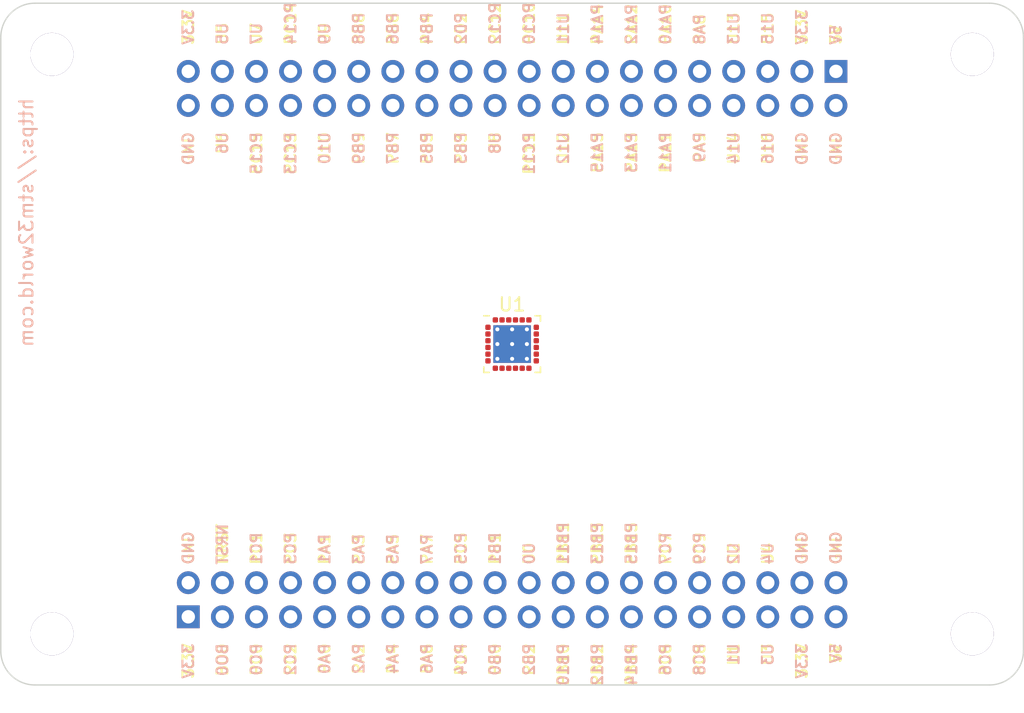
<source format=kicad_pcb>
(kicad_pcb (version 20211014) (generator pcbnew)
  (layers (0 "F.Cu" signal) (31 "B.Cu" signal) (34 "B.Paste" user) (35 "F.Paste" user) (36 "B.SilkS" user "B.Silkscreen") (37 "F.SilkS" user "F.Silkscreen") (38 "B.Mask" user) (39 "F.Mask" user) (44 "Edge.Cuts" user))
  (net 0 "")
  (footprint "Package_DFN_QFN:TQFN-24-1EP_4x4mm_P0.5mm_EP2.8x2.8mm_PullBack_ThermalVias" (layer "F.Cu") (at 133.35 88.9)
    (fp_text reference "U1" (at 0 -2.95) (layer "F.SilkS"))
    (fp_text value "AW9523B")
    (fp_line (start -2.11 2.11) (end -2.11 1.71) (layer "F.SilkS") (width 0.12))
    (fp_line (start -1.71 -2.11) (end -2.11 -2.11) (layer "F.SilkS") (width 0.12))
    (fp_line (start -1.71 2.11) (end -2.11 2.11) (layer "F.SilkS") (width 0.12))
    (fp_line (start 2.11 -2.11) (end 2.11 -1.71) (layer "F.SilkS") (width 0.12))
    (fp_line (start 1.71 -2.11) (end 2.11 -2.11) (layer "F.SilkS") (width 0.12))
    (fp_line (start 1.71 2.11) (end 2.11 2.11) (layer "F.SilkS") (width 0.12))
    (fp_line (start 2.11 2.11) (end 2.11 1.71) (layer "F.SilkS") (width 0.12))
    (pad "1" smd roundrect (at -1.8 -1.25) (size 0.4 0.4) (layers "F.Cu" "F.Paste" "F.Mask"))
    (pad "2" smd roundrect (at -1.8 -0.75) (size 0.4 0.4) (layers "F.Cu" "F.Paste" "F.Mask"))
    (pad "3" smd roundrect (at -1.8 -0.25) (size 0.4 0.4) (layers "F.Cu" "F.Paste" "F.Mask"))
    (pad "4" smd roundrect (at -1.8 0.25) (size 0.4 0.4) (layers "F.Cu" "F.Paste" "F.Mask"))
    (pad "5" smd roundrect (at -1.8 0.75) (size 0.4 0.4) (layers "F.Cu" "F.Paste" "F.Mask"))
    (pad "6" smd roundrect (at -1.8 1.25) (size 0.4 0.4) (layers "F.Cu" "F.Paste" "F.Mask"))
    (pad "7" smd roundrect (at -1.25 1.8) (size 0.4 0.4) (layers "F.Cu" "F.Paste" "F.Mask"))
    (pad "8" smd roundrect (at -0.75 1.8) (size 0.4 0.4) (layers "F.Cu" "F.Paste" "F.Mask"))
    (pad "9" smd roundrect (at -0.25 1.8) (size 0.4 0.4) (layers "F.Cu" "F.Paste" "F.Mask"))
    (pad "10" smd roundrect (at 0.25 1.8) (size 0.4 0.4) (layers "F.Cu" "F.Paste" "F.Mask"))
    (pad "11" smd roundrect (at 0.75 1.8) (size 0.4 0.4) (layers "F.Cu" "F.Paste" "F.Mask"))
    (pad "12" smd roundrect (at 1.25 1.8) (size 0.4 0.4) (layers "F.Cu" "F.Paste" "F.Mask"))
    (pad "13" smd roundrect (at 1.8 1.25) (size 0.4 0.4) (layers "F.Cu" "F.Paste" "F.Mask"))
    (pad "14" smd roundrect (at 1.8 0.75) (size 0.4 0.4) (layers "F.Cu" "F.Paste" "F.Mask"))
    (pad "15" smd roundrect (at 1.8 0.25) (size 0.4 0.4) (layers "F.Cu" "F.Paste" "F.Mask"))
    (pad "16" smd roundrect (at 1.8 -0.25) (size 0.4 0.4) (layers "F.Cu" "F.Paste" "F.Mask"))
    (pad "17" smd roundrect (at 1.8 -0.75) (size 0.4 0.4) (layers "F.Cu" "F.Paste" "F.Mask"))
    (pad "18" smd roundrect (at 1.8 -1.25) (size 0.4 0.4) (layers "F.Cu" "F.Paste" "F.Mask"))
    (pad "19" smd roundrect (at 1.25 -1.8) (size 0.4 0.4) (layers "F.Cu" "F.Paste" "F.Mask"))
    (pad "20" smd roundrect (at 0.75 -1.8) (size 0.4 0.4) (layers "F.Cu" "F.Paste" "F.Mask"))
    (pad "21" smd roundrect (at 0.25 -1.8) (size 0.4 0.4) (layers "F.Cu" "F.Paste" "F.Mask"))
    (pad "22" smd roundrect (at -0.25 -1.8) (size 0.4 0.4) (layers "F.Cu" "F.Paste" "F.Mask"))
    (pad "23" smd roundrect (at -0.75 -1.8) (size 0.4 0.4) (layers "F.Cu" "F.Paste" "F.Mask"))
    (pad "24" smd roundrect (at -1.25 -1.8) (size 0.4 0.4) (layers "F.Cu" "F.Paste" "F.Mask"))
    (pad "25" smd rect (at 0 0) (size 2.8 2.8) (layers "B.Cu"))
    (pad "25" thru_hole circle (at -1.1 -1.1) (size 0.6 0.6) (drill 0.3) (layers *.Cu))
    (pad "25" thru_hole circle (at 0 1.1) (size 0.6 0.6) (drill 0.3) (layers *.Cu))
    (pad "25" thru_hole circle (at 0 0) (size 0.6 0.6) (drill 0.3) (layers *.Cu))
    (pad "25" thru_hole circle (at 1.1 1.1) (size 0.6 0.6) (drill 0.3) (layers *.Cu))
    (pad "25" smd rect (at 0 0) (size 2.8 2.8) (layers "F.Cu" "F.Mask"))
    (pad "25" thru_hole circle (at 0 -1.1) (size 0.6 0.6) (drill 0.3) (layers *.Cu))
    (pad "25" thru_hole circle (at -1.1 0) (size 0.6 0.6) (drill 0.3) (layers *.Cu))
    (pad "25" thru_hole circle (at -1.1 1.1) (size 0.6 0.6) (drill 0.3) (layers *.Cu))
    (pad "25" thru_hole circle (at 1.1 0) (size 0.6 0.6) (drill 0.3) (layers *.Cu))
    (pad "25" thru_hole circle (at 1.1 -1.1) (size 0.6 0.6) (drill 0.3) (layers *.Cu))
  )
  (footprint "stm32world:STM32WORLD_BASE" (layer "F.Cu") (at 133.35 88.9)
    (fp_text reference "J1" hide)
    (fp_text value "STM32WORLD_BASE")
    (fp_text user "PB6" (at -8.89 -22.225 90) (layer "B.SilkS") (effects (font (size 0.8 0.8)) (justify right mirror)))
    (fp_text user "GND" (at 24.13 16.51 90) (layer "B.SilkS") (effects (font (size 0.8 0.8)) (justify right mirror)))
    (fp_text user "GND" (at 21.59 -15.875 90) (layer "B.SilkS") (effects (font (size 0.8 0.8)) (justify left mirror)))
    (fp_text user "U10" (at -13.97 -15.875 90) (layer "B.SilkS") (effects (font (size 0.8 0.8)) (justify left mirror)))
    (fp_text user "PC11" (at 1.27 -15.875 90) (layer "B.SilkS") (effects (font (size 0.8 0.8)) (justify left mirror)))
    (fp_text user "PA3" (at -11.43 16.51 90) (layer "B.SilkS") (effects (font (size 0.8 0.8)) (justify right mirror)))
    (fp_text user "GND" (at 24.13 -15.875 90) (layer "B.SilkS") (effects (font (size 0.8 0.8)) (justify left mirror)))
    (fp_text user "PB14" (at 8.89 22.225 90) (layer "B.SilkS") (effects (font (size 0.8 0.8)) (justify left mirror)))
    (fp_text user "PB12" (at 6.35 22.225 90) (layer "B.SilkS") (effects (font (size 0.8 0.8)) (justify left mirror)))
    (fp_text user "PC9" (at 13.97 16.51 90) (layer "B.SilkS") (effects (font (size 0.8 0.8)) (justify right mirror)))
    (fp_text user "PB8" (at -11.43 -22.225 90) (layer "B.SilkS") (effects (font (size 0.8 0.8)) (justify right mirror)))
    (fp_text user "PB5" (at -6.35 -15.875 90) (layer "B.SilkS") (effects (font (size 0.8 0.8)) (justify left mirror)))
    (fp_text user "PB2" (at 1.27 22.225 90) (layer "B.SilkS") (effects (font (size 0.8 0.8)) (justify left mirror)))
    (fp_text user "PA11" (at 11.43 -15.875 90) (layer "B.SilkS") (effects (font (size 0.8 0.8)) (justify left mirror)))
    (fp_text user "PA14" (at 6.35 -22.225 90) (layer "B.SilkS") (effects (font (size 0.8 0.8)) (justify right mirror)))
    (fp_text user "3.3V" (at -24.13 -22.225 90) (layer "B.SilkS") (effects (font (size 0.8 0.8)) (justify right mirror)))
    (fp_text user "3.3V" (at 21.59 22.225 90) (layer "B.SilkS") (effects (font (size 0.8 0.8)) (justify left mirror)))
    (fp_text user "PA7" (at -6.35 16.51 90) (layer "B.SilkS") (effects (font (size 0.8 0.8)) (justify right mirror)))
    (fp_text user "PC0" (at -19.05 22.225 90) (layer "B.SilkS") (effects (font (size 0.8 0.8)) (justify left mirror)))
    (fp_text user "PC7" (at 11.43 16.51 90) (layer "B.SilkS") (effects (font (size 0.8 0.8)) (justify right mirror)))
    (fp_text user "PC6" (at 11.43 22.225 90) (layer "B.SilkS") (effects (font (size 0.8 0.8)) (justify left mirror)))
    (fp_text user "PC5" (at -3.81 16.51 90) (layer "B.SilkS") (effects (font (size 0.8 0.8)) (justify right mirror)))
    (fp_text user "https://stm32world.com" (at -36.195 -18.415 90 unlocked) (layer "B.SilkS") (effects (justify left mirror)))
    (fp_text user "U9" (at -13.97 -22.225 90) (layer "B.SilkS") (effects (font (size 0.8 0.8)) (justify right mirror)))
    (fp_text user "PB10" (at 3.81 22.225 90) (layer "B.SilkS") (effects (font (size 0.8 0.8)) (justify left mirror)))
    (fp_text user "U15" (at 19.05 -22.225 90) (layer "B.SilkS") (effects (font (size 0.8 0.8)) (justify right mirror)))
    (fp_text user "PB1" (at -1.27 16.51 90) (layer "B.SilkS") (effects (font (size 0.8 0.8)) (justify right mirror)))
    (fp_text user "PC4" (at -3.81 22.225 90) (layer "B.SilkS") (effects (font (size 0.8 0.8)) (justify left mirror)))
    (fp_text user "PA15" (at 6.35 -15.875 90) (layer "B.SilkS") (effects (font (size 0.8 0.8)) (justify left mirror)))
    (fp_text user "U13" (at 16.51 -22.225 90) (layer "B.SilkS") (effects (font (size 0.8 0.8)) (justify right mirror)))
    (fp_text user "3.3V" (at 21.59 -22.225 90) (layer "B.SilkS") (effects (font (size 0.8 0.8)) (justify right mirror)))
    (fp_text user "U6" (at -21.59 -15.875 90) (layer "B.SilkS") (effects (font (size 0.8 0.8)) (justify left mirror)))
    (fp_text user "PA0" (at -13.97 22.225 90) (layer "B.SilkS") (effects (font (size 0.8 0.8)) (justify left mirror)))
    (fp_text user "U1" (at 16.51 22.225 90) (layer "B.SilkS") (effects (font (size 0.8 0.8)) (justify left mirror)))
    (fp_text user "PC14" (at -16.51 -22.225 90) (layer "B.SilkS") (effects (font (size 0.8 0.8)) (justify right mirror)))
    (fp_text user "PA4" (at -8.89 22.225 90) (layer "B.SilkS") (effects (font (size 0.8 0.8)) (justify left mirror)))
    (fp_text user "PA9" (at 13.97 -15.875 90) (layer "B.SilkS") (effects (font (size 0.8 0.8)) (justify left mirror)))
    (fp_text user "PC8" (at 13.97 22.225 90) (layer "B.SilkS") (effects (font (size 0.8 0.8)) (justify left mirror)))
    (fp_text user "PC13" (at -16.51 -15.875 90) (layer "B.SilkS") (effects (font (size 0.8 0.8)) (justify left mirror)))
    (fp_text user "PA6" (at -6.35 22.225 90) (layer "B.SilkS") (effects (font (size 0.8 0.8)) (justify left mirror)))
    (fp_text user "3.3V" (at -24.13 22.225 90) (layer "B.SilkS") (effects (font (size 0.8 0.8)) (justify left mirror)))
    (fp_text user "PB11" (at 3.81 16.51 90) (layer "B.SilkS") (effects (font (size 0.8 0.8)) (justify right mirror)))
    (fp_text user "U4" (at 19.05 16.51 90) (layer "B.SilkS") (effects (font (size 0.8 0.8)) (justify right mirror)))
    (fp_text user "U3" (at 19.05 22.225 90) (layer "B.SilkS") (effects (font (size 0.8 0.8)) (justify left mirror)))
    (fp_text user "PC15" (at -19.05 -15.875 90) (layer "B.SilkS") (effects (font (size 0.8 0.8)) (justify left mirror)))
    (fp_text user "PA8" (at 13.97 -22.225 90) (layer "B.SilkS") (effects (font (size 0.8 0.8)) (justify right mirror)))
    (fp_text user "U2" (at 16.51 16.51 90) (layer "B.SilkS") (effects (font (size 0.8 0.8)) (justify right mirror)))
    (fp_text user "PC2" (at -16.51 22.225 90) (layer "B.SilkS") (effects (font (size 0.8 0.8)) (justify left mirror)))
    (fp_text user "PB13" (at 6.35 16.51 90) (layer "B.SilkS") (effects (font (size 0.8 0.8)) (justify right mirror)))
    (fp_text user "PB15" (at 8.89 16.51 90) (layer "B.SilkS") (effects (font (size 0.8 0.8)) (justify right mirror)))
    (fp_text user "PD2" (at -3.81 -22.225 90) (layer "B.SilkS") (effects (font (size 0.8 0.8)) (justify right mirror)))
    (fp_text user "U14" (at 16.51 -15.875 90) (layer "B.SilkS") (effects (font (size 0.8 0.8)) (justify left mirror)))
    (fp_text user "U12" (at 3.81 -15.875 90) (layer "B.SilkS") (effects (font (size 0.8 0.8)) (justify left mirror)))
    (fp_text user "PA2" (at -11.43 22.225 90) (layer "B.SilkS") (effects (font (size 0.8 0.8)) (justify left mirror)))
    (fp_text user "PA5" (at -8.89 16.51 90) (layer "B.SilkS") (effects (font (size 0.8 0.8)) (justify right mirror)))
    (fp_text user "PC1" (at -19.05 16.51 90) (layer "B.SilkS") (effects (font (size 0.8 0.8)) (justify right mirror)))
    (fp_text user "U11" (at 3.81 -22.225 90) (layer "B.SilkS") (effects (font (size 0.8 0.8)) (justify right mirror)))
    (fp_text user "PA12" (at 8.89 -22.225 90) (layer "B.SilkS") (effects (font (size 0.8 0.8)) (justify right mirror)))
    (fp_text user "PB7" (at -8.89 -15.875 90) (layer "B.SilkS") (effects (font (size 0.8 0.8)) (justify left mirror)))
    (fp_text user "BO0" (at -21.59 22.225 90) (layer "B.SilkS") (effects (font (size 0.8 0.8)) (justify left mirror)))
    (fp_text user "PC10" (at 1.27 -22.225 90) (layer "B.SilkS") (effects (font (size 0.8 0.8)) (justify right mirror)))
    (fp_text user "PB9" (at -11.43 -15.875 90) (layer "B.SilkS") (effects (font (size 0.8 0.8)) (justify left mirror)))
    (fp_text user "GND" (at 21.59 16.51 90) (layer "B.SilkS") (effects (font (size 0.8 0.8)) (justify right mirror)))
    (fp_text user "5V" (at 24.13 -22.225 90) (layer "B.SilkS") (effects (font (size 0.8 0.8)) (justify right mirror)))
    (fp_text user "PA13" (at 8.89 -15.875 90) (layer "B.SilkS") (effects (font (size 0.8 0.8)) (justify left mirror)))
    (fp_text user "5V" (at 24.13 22.225 90) (layer "B.SilkS") (effects (font (size 0.8 0.8)) (justify left mirror)))
    (fp_text user "U16" (at 19.05 -15.875 90) (layer "B.SilkS") (effects (font (size 0.8 0.8)) (justify left mirror)))
    (fp_text user "PB0" (at -1.27 22.225 90) (layer "B.SilkS") (effects (font (size 0.8 0.8)) (justify left mirror)))
    (fp_text user "PA10" (at 11.43 -22.225 90) (layer "B.SilkS") (effects (font (size 0.8 0.8)) (justify right mirror)))
    (fp_text user "U0" (at 1.27 16.51 90) (layer "B.SilkS") (effects (font (size 0.8 0.8)) (justify right mirror)))
    (fp_text user "PB3" (at -3.81 -15.875 90) (layer "B.SilkS") (effects (font (size 0.8 0.8)) (justify left mirror)))
    (fp_text user "GND" (at -24.13 16.51 90) (layer "B.SilkS") (effects (font (size 0.8 0.8)) (justify right mirror)))
    (fp_text user "U8" (at -1.27 -15.875 90) (layer "B.SilkS") (effects (font (size 0.8 0.8)) (justify left mirror)))
    (fp_text user "PB4" (at -6.35 -22.225 90) (layer "B.SilkS") (effects (font (size 0.8 0.8)) (justify right mirror)))
    (fp_text user "PC3" (at -16.51 16.51 90) (layer "B.SilkS") (effects (font (size 0.8 0.8)) (justify right mirror)))
    (fp_text user "NRST" (at -21.59 16.51 90) (layer "B.SilkS") (effects (font (size 0.8 0.8)) (justify right mirror)))
    (fp_text user "U5" (at -21.59 -22.225 90) (layer "B.SilkS") (effects (font (size 0.8 0.8)) (justify right mirror)))
    (fp_text user "GND" (at -24.13 -15.875 90) (layer "B.SilkS") (effects (font (size 0.8 0.8)) (justify left mirror)))
    (fp_text user "PC12" (at -1.27 -22.225 90) (layer "B.SilkS") (effects (font (size 0.8 0.8)) (justify right mirror)))
    (fp_text user "PA1" (at -13.97 16.51 90) (layer "B.SilkS") (effects (font (size 0.8 0.8)) (justify right mirror)))
    (fp_text user "U7" (at -19.05 -22.225 90) (layer "B.SilkS") (effects (font (size 0.8 0.8)) (justify right mirror)))
    (fp_text user "U5" (at -21.59 -22.225 90) (layer "F.SilkS") (effects (font (size 0.8 0.8)) (justify left)))
    (fp_text user "PC6" (at 11.43 22.225 90) (layer "F.SilkS") (effects (font (size 0.8 0.8)) (justify right)))
    (fp_text user "U11" (at 3.81 -22.225 90) (layer "F.SilkS") (effects (font (size 0.8 0.8)) (justify left)))
    (fp_text user "5V" (at 24.13 -22.225 90) (layer "F.SilkS") (effects (font (size 0.8 0.8)) (justify left)))
    (fp_text user "PA2" (at -11.43 22.225 90) (layer "F.SilkS") (effects (font (size 0.8 0.8)) (justify right)))
    (fp_text user "PC10" (at 1.27 -22.225 90) (layer "F.SilkS") (effects (font (size 0.8 0.8)) (justify left)))
    (fp_text user "PC7" (at 11.43 16.51 90) (layer "F.SilkS") (effects (font (size 0.8 0.8)) (justify left)))
    (fp_text user "PA11" (at 11.43 -15.875 90) (layer "F.SilkS") (effects (font (size 0.8 0.8)) (justify right)))
    (fp_text user "PB5" (at -6.35 -15.875 90) (layer "F.SilkS") (effects (font (size 0.8 0.8)) (justify right)))
    (fp_text user "3.3V" (at 21.59 -22.225 90) (layer "F.SilkS") (effects (font (size 0.8 0.8)) (justify left)))
    (fp_text user "PA9" (at 13.97 -15.875 90) (layer "F.SilkS") (effects (font (size 0.8 0.8)) (justify right)))
    (fp_text user "PA14" (at 6.35 -22.225 90) (layer "F.SilkS") (effects (font (size 0.8 0.8)) (justify left)))
    (fp_text user "U3" (at 19.05 22.225 90) (layer "F.SilkS") (effects (font (size 0.8 0.8)) (justify right)))
    (fp_text user "PA15" (at 6.35 -15.875 90) (layer "F.SilkS") (effects (font (size 0.8 0.8)) (justify right)))
    (fp_text user "U14" (at 16.51 -15.875 90) (layer "F.SilkS") (effects (font (size 0.8 0.8)) (justify right)))
    (fp_text user "PC13" (at -16.51 -15.875 90) (layer "F.SilkS") (effects (font (size 0.8 0.8)) (justify right)))
    (fp_text user "PB7" (at -8.89 -15.875 90) (layer "F.SilkS") (effects (font (size 0.8 0.8)) (justify right)))
    (fp_text user "PC11" (at 1.27 -15.875 90) (layer "F.SilkS") (effects (font (size 0.8 0.8)) (justify right)))
    (fp_text user "5V" (at 24.13 22.225 90) (layer "F.SilkS") (effects (font (size 0.8 0.8)) (justify right)))
    (fp_text user "PB13" (at 6.35 16.51 90) (layer "F.SilkS") (effects (font (size 0.8 0.8)) (justify left)))
    (fp_text user "PD2" (at -3.81 -22.225 90) (layer "F.SilkS") (effects (font (size 0.8 0.8)) (justify left)))
    (fp_text user "U15" (at 19.05 -22.225 90) (layer "F.SilkS") (effects (font (size 0.8 0.8)) (justify left)))
    (fp_text user "U13" (at 16.51 -22.225 90) (layer "F.SilkS") (effects (font (size 0.8 0.8)) (justify left)))
    (fp_text user "U1" (at 16.51 22.225 90) (layer "F.SilkS") (effects (font (size 0.8 0.8)) (justify right)))
    (fp_text user "PA3" (at -11.43 16.51 90) (layer "F.SilkS") (effects (font (size 0.8 0.8)) (justify left)))
    (fp_text user "PB10" (at 3.81 22.225 90) (layer "F.SilkS") (effects (font (size 0.8 0.8)) (justify right)))
    (fp_text user "U7" (at -19.05 -22.225 90) (layer "F.SilkS") (effects (font (size 0.8 0.8)) (justify left)))
    (fp_text user "U0" (at 1.27 16.51 90) (layer "F.SilkS") (effects (font (size 0.8 0.8)) (justify left)))
    (fp_text user "3.3V" (at -24.13 22.225 90) (layer "F.SilkS") (effects (font (size 0.8 0.8)) (justify right)))
    (fp_text user "PC12" (at -1.27 -22.225 90) (layer "F.SilkS") (effects (font (size 0.8 0.8)) (justify left)))
    (fp_text user "GND" (at 24.13 -15.875 90) (layer "F.SilkS") (effects (font (size 0.8 0.8)) (justify right)))
    (fp_text user "3.3V" (at -24.13 -22.225 90) (layer "F.SilkS") (effects (font (size 0.8 0.8)) (justify left)))
    (fp_text user "PC9" (at 13.97 16.51 90) (layer "F.SilkS") (effects (font (size 0.8 0.8)) (justify left)))
    (fp_text user "U10" (at -13.97 -15.875 90) (layer "F.SilkS") (effects (font (size 0.8 0.8)) (justify right)))
    (fp_text user "PB4" (at -6.35 -22.225 90) (layer "F.SilkS") (effects (font (size 0.8 0.8)) (justify left)))
    (fp_text user "U4" (at 19.05 16.51 90) (layer "F.SilkS") (effects (font (size 0.8 0.8)) (justify left)))
    (fp_text user "PB3" (at -3.81 -15.875 90) (layer "F.SilkS") (effects (font (size 0.8 0.8)) (justify right)))
    (fp_text user "PB8" (at -11.43 -22.225 90) (layer "F.SilkS") (effects (font (size 0.8 0.8)) (justify left)))
    (fp_text user "PB6" (at -8.89 -22.225 90) (layer "F.SilkS") (effects (font (size 0.8 0.8)) (justify left)))
    (fp_text user "PA13" (at 8.89 -15.875 90) (layer "F.SilkS") (effects (font (size 0.8 0.8)) (justify right)))
    (fp_text user "U6" (at -21.59 -15.875 90) (layer "F.SilkS") (effects (font (size 0.8 0.8)) (justify right)))
    (fp_text user "PA4" (at -8.89 22.225 90) (layer "F.SilkS") (effects (font (size 0.8 0.8)) (justify right)))
    (fp_text user "PA5" (at -8.89 16.51 90) (layer "F.SilkS") (effects (font (size 0.8 0.8)) (justify left)))
    (fp_text user "3.3V" (at 21.59 22.225 90) (layer "F.SilkS") (effects (font (size 0.8 0.8)) (justify right)))
    (fp_text user "U16" (at 19.05 -15.875 90) (layer "F.SilkS") (effects (font (size 0.8 0.8)) (justify right)))
    (fp_text user "PB15" (at 8.89 16.51 90) (layer "F.SilkS") (effects (font (size 0.8 0.8)) (justify left)))
    (fp_text user "U2" (at 16.51 16.51 90) (layer "F.SilkS") (effects (font (size 0.8 0.8)) (justify left)))
    (fp_text user "PC3" (at -16.51 16.51 90) (layer "F.SilkS") (effects (font (size 0.8 0.8)) (justify left)))
    (fp_text user "PB9" (at -11.43 -15.875 90) (layer "F.SilkS") (effects (font (size 0.8 0.8)) (justify right)))
    (fp_text user "GND" (at 24.13 16.51 90) (layer "F.SilkS") (effects (font (size 0.8 0.8)) (justify left)))
    (fp_text user "GND" (at -24.13 16.51 90) (layer "F.SilkS") (effects (font (size 0.8 0.8)) (justify left)))
    (fp_text user "PA1" (at -13.97 16.51 90) (layer "F.SilkS") (effects (font (size 0.8 0.8)) (justify left)))
    (fp_text user "PA7" (at -6.35 16.51 90) (layer "F.SilkS") (effects (font (size 0.8 0.8)) (justify left)))
    (fp_text user "PB11" (at 3.81 16.51 90) (layer "F.SilkS") (effects (font (size 0.8 0.8)) (justify left)))
    (fp_text user "PB12" (at 6.35 22.225 90) (layer "F.SilkS") (effects (font (size 0.8 0.8)) (justify right)))
    (fp_text user "NRST" (at -21.59 16.51 90) (layer "F.SilkS") (effects (font (size 0.8 0.8)) (justify left)))
    (fp_text user "PC5" (at -3.81 16.51 90) (layer "F.SilkS") (effects (font (size 0.8 0.8)) (justify left)))
    (fp_text user "PC14" (at -16.51 -22.225 90) (layer "F.SilkS") (effects (font (size 0.8 0.8)) (justify left)))
    (fp_text user "PB0" (at -1.27 22.225 90) (layer "F.SilkS") (effects (font (size 0.8 0.8)) (justify right)))
    (fp_text user "PB1" (at -1.27 16.51 90) (layer "F.SilkS") (effects (font (size 0.8 0.8)) (justify left)))
    (fp_text user "PA6" (at -6.35 22.225 90) (layer "F.SilkS") (effects (font (size 0.8 0.8)) (justify right)))
    (fp_text user "PA12" (at 8.89 -22.225 90) (layer "F.SilkS") (effects (font (size 0.8 0.8)) (justify left)))
    (fp_text user "GND" (at -24.13 -15.875 90) (layer "F.SilkS") (effects (font (size 0.8 0.8)) (justify right)))
    (fp_text user "PC2" (at -16.51 22.225 90) (layer "F.SilkS") (effects (font (size 0.8 0.8)) (justify right)))
    (fp_text user "PA0" (at -13.97 22.225 90) (layer "F.SilkS") (effects (font (size 0.8 0.8)) (justify right)))
    (fp_text user "U9" (at -13.97 -22.225 90) (layer "F.SilkS") (effects (font (size 0.8 0.8)) (justify left)))
    (fp_text user "PC15" (at -19.05 -15.875 90) (layer "F.SilkS") (effects (font (size 0.8 0.8)) (justify right)))
    (fp_text user "PB14" (at 8.89 22.225 90) (layer "F.SilkS") (effects (font (size 0.8 0.8)) (justify right)))
    (fp_text user "U12" (at 3.81 -15.875 90) (layer "F.SilkS") (effects (font (size 0.8 0.8)) (justify right)))
    (fp_text user "PB2" (at 1.27 22.225 90) (layer "F.SilkS") (effects (font (size 0.8 0.8)) (justify right)))
    (fp_text user "PC0" (at -19.05 22.225 90) (layer "F.SilkS") (effects (font (size 0.8 0.8)) (justify right)))
    (fp_text user "PC1" (at -19.05 16.51 90) (layer "F.SilkS") (effects (font (size 0.8 0.8)) (justify left)))
    (fp_text user "PC8" (at 13.97 22.225 90) (layer "F.SilkS") (effects (font (size 0.8 0.8)) (justify right)))
    (fp_text user "GND" (at 21.59 -15.875 90) (layer "F.SilkS") (effects (font (size 0.8 0.8)) (justify right)))
    (fp_text user "GND" (at 21.59 16.51 90) (layer "F.SilkS") (effects (font (size 0.8 0.8)) (justify left)))
    (fp_text user "PC4" (at -3.81 22.225 90) (layer "F.SilkS") (effects (font (size 0.8 0.8)) (justify right)))
    (fp_text user "U8" (at -1.27 -15.875 90) (layer "F.SilkS") (effects (font (size 0.8 0.8)) (justify right)))
    (fp_text user "PA8" (at 13.97 -22.225 90) (layer "F.SilkS") (effects (font (size 0.8 0.8)) (justify left)))
    (fp_text user "BO0" (at -21.59 22.225 90) (layer "F.SilkS") (effects (font (size 0.8 0.8)) (justify right)))
    (fp_text user "PA10" (at 11.43 -22.225 90) (layer "F.SilkS") (effects (font (size 0.8 0.8)) (justify left)))
    (pad "" thru_hole circle (at -34.29 -21.59) (size 3.2 3.2) (drill 3.2) (layers *.Cu *.Mask))
    (pad "" thru_hole circle (at -34.29 21.59) (size 3.2 3.2) (drill 3.2) (layers *.Cu *.Mask))
    (pad "" thru_hole circle (at 34.29 21.59) (size 3.2 3.2) (drill 3.2) (layers *.Cu *.Mask))
    (pad "" thru_hole circle (at 34.29 -21.59) (size 3.2 3.2) (drill 3.2) (layers *.Cu *.Mask))
    (pad "1" thru_hole rect (at -24.13 20.32) (size 1.7 1.7) (drill 1) (layers *.Cu *.Mask))
    (pad "2" thru_hole circle (at -24.13 17.78) (size 1.7 1.7) (drill 1) (layers *.Cu *.Mask))
    (pad "3" thru_hole circle (at -21.59 20.32) (size 1.7 1.7) (drill 1) (layers *.Cu *.Mask))
    (pad "4" thru_hole circle (at -21.59 17.78) (size 1.7 1.7) (drill 1) (layers *.Cu *.Mask))
    (pad "5" thru_hole circle (at -19.05 20.32) (size 1.7 1.7) (drill 1) (layers *.Cu *.Mask))
    (pad "6" thru_hole circle (at -19.05 17.78) (size 1.7 1.7) (drill 1) (layers *.Cu *.Mask))
    (pad "7" thru_hole circle (at -16.51 20.32) (size 1.7 1.7) (drill 1) (layers *.Cu *.Mask))
    (pad "8" thru_hole circle (at -16.51 17.78) (size 1.7 1.7) (drill 1) (layers *.Cu *.Mask))
    (pad "9" thru_hole circle (at -13.97 20.32) (size 1.7 1.7) (drill 1) (layers *.Cu *.Mask))
    (pad "10" thru_hole circle (at -13.97 17.78) (size 1.7 1.7) (drill 1) (layers *.Cu *.Mask))
    (pad "11" thru_hole circle (at -11.43 20.32) (size 1.7 1.7) (drill 1) (layers *.Cu *.Mask))
    (pad "12" thru_hole circle (at -11.43 17.78) (size 1.7 1.7) (drill 1) (layers *.Cu *.Mask))
    (pad "13" thru_hole circle (at -8.89 20.32) (size 1.7 1.7) (drill 1) (layers *.Cu *.Mask))
    (pad "14" thru_hole circle (at -8.89 17.78) (size 1.7 1.7) (drill 1) (layers *.Cu *.Mask))
    (pad "15" thru_hole circle (at -6.35 20.32) (size 1.7 1.7) (drill 1) (layers *.Cu *.Mask))
    (pad "16" thru_hole circle (at -6.35 17.78) (size 1.7 1.7) (drill 1) (layers *.Cu *.Mask))
    (pad "17" thru_hole circle (at -3.81 20.32) (size 1.7 1.7) (drill 1) (layers *.Cu *.Mask))
    (pad "18" thru_hole circle (at -3.81 17.78) (size 1.7 1.7) (drill 1) (layers *.Cu *.Mask))
    (pad "19" thru_hole circle (at -1.27 20.32) (size 1.7 1.7) (drill 1) (layers *.Cu *.Mask))
    (pad "20" thru_hole circle (at -1.27 17.78) (size 1.7 1.7) (drill 1) (layers *.Cu *.Mask))
    (pad "21" thru_hole circle (at 1.27 20.32) (size 1.7 1.7) (drill 1) (layers *.Cu *.Mask))
    (pad "22" thru_hole circle (at 1.27 17.78) (size 1.7 1.7) (drill 1) (layers *.Cu *.Mask))
    (pad "23" thru_hole circle (at 3.81 20.32) (size 1.7 1.7) (drill 1) (layers *.Cu *.Mask))
    (pad "24" thru_hole circle (at 3.81 17.78) (size 1.7 1.7) (drill 1) (layers *.Cu *.Mask))
    (pad "25" thru_hole circle (at 6.35 20.32) (size 1.7 1.7) (drill 1) (layers *.Cu *.Mask))
    (pad "26" thru_hole circle (at 6.35 17.78) (size 1.7 1.7) (drill 1) (layers *.Cu *.Mask))
    (pad "27" thru_hole circle (at 8.89 20.32) (size 1.7 1.7) (drill 1) (layers *.Cu *.Mask))
    (pad "28" thru_hole circle (at 8.89 17.78) (size 1.7 1.7) (drill 1) (layers *.Cu *.Mask))
    (pad "29" thru_hole circle (at 11.43 20.32) (size 1.7 1.7) (drill 1) (layers *.Cu *.Mask))
    (pad "30" thru_hole circle (at 11.43 17.78) (size 1.7 1.7) (drill 1) (layers *.Cu *.Mask))
    (pad "31" thru_hole circle (at 13.97 20.32) (size 1.7 1.7) (drill 1) (layers *.Cu *.Mask))
    (pad "32" thru_hole circle (at 13.97 17.78) (size 1.7 1.7) (drill 1) (layers *.Cu *.Mask))
    (pad "33" thru_hole circle (at 16.51 20.32) (size 1.7 1.7) (drill 1) (layers *.Cu *.Mask))
    (pad "34" thru_hole circle (at 16.51 17.78) (size 1.7 1.7) (drill 1) (layers *.Cu *.Mask))
    (pad "35" thru_hole circle (at 19.05 20.32) (size 1.7 1.7) (drill 1) (layers *.Cu *.Mask))
    (pad "36" thru_hole circle (at 19.05 17.78) (size 1.7 1.7) (drill 1) (layers *.Cu *.Mask))
    (pad "37" thru_hole circle (at 21.59 20.32) (size 1.7 1.7) (drill 1) (layers *.Cu *.Mask))
    (pad "38" thru_hole circle (at 21.59 17.78) (size 1.7 1.7) (drill 1) (layers *.Cu *.Mask))
    (pad "39" thru_hole circle (at 24.13 20.32) (size 1.7 1.7) (drill 1) (layers *.Cu *.Mask))
    (pad "40" thru_hole circle (at 24.13 17.78) (size 1.7 1.7) (drill 1) (layers *.Cu *.Mask))
    (pad "41" thru_hole rect (at 24.13 -20.32) (size 1.7 1.7) (drill 1) (layers *.Cu *.Mask))
    (pad "42" thru_hole circle (at 24.13 -17.78) (size 1.7 1.7) (drill 1) (layers *.Cu *.Mask))
    (pad "43" thru_hole circle (at 21.59 -20.32) (size 1.7 1.7) (drill 1) (layers *.Cu *.Mask))
    (pad "44" thru_hole circle (at 21.59 -17.78) (size 1.7 1.7) (drill 1) (layers *.Cu *.Mask))
    (pad "45" thru_hole circle (at 19.05 -20.32) (size 1.7 1.7) (drill 1) (layers *.Cu *.Mask))
    (pad "46" thru_hole circle (at 19.05 -17.78) (size 1.7 1.7) (drill 1) (layers *.Cu *.Mask))
    (pad "47" thru_hole circle (at 16.51 -20.32) (size 1.7 1.7) (drill 1) (layers *.Cu *.Mask))
    (pad "48" thru_hole circle (at 16.51 -17.78) (size 1.7 1.7) (drill 1) (layers *.Cu *.Mask))
    (pad "49" thru_hole circle (at 13.97 -20.32) (size 1.7 1.7) (drill 1) (layers *.Cu *.Mask))
    (pad "50" thru_hole circle (at 13.97 -17.78) (size 1.7 1.7) (drill 1) (layers *.Cu *.Mask))
    (pad "51" thru_hole circle (at 11.43 -20.32) (size 1.7 1.7) (drill 1) (layers *.Cu *.Mask))
    (pad "52" thru_hole circle (at 11.43 -17.78) (size 1.7 1.7) (drill 1) (layers *.Cu *.Mask))
    (pad "53" thru_hole circle (at 8.89 -20.32) (size 1.7 1.7) (drill 1) (layers *.Cu *.Mask))
    (pad "54" thru_hole circle (at 8.89 -17.78) (size 1.7 1.7) (drill 1) (layers *.Cu *.Mask))
    (pad "55" thru_hole circle (at 6.35 -20.32) (size 1.7 1.7) (drill 1) (layers *.Cu *.Mask))
    (pad "56" thru_hole circle (at 6.35 -17.78) (size 1.7 1.7) (drill 1) (layers *.Cu *.Mask))
    (pad "57" thru_hole circle (at 3.81 -20.32) (size 1.7 1.7) (drill 1) (layers *.Cu *.Mask))
    (pad "58" thru_hole circle (at 3.81 -17.78) (size 1.7 1.7) (drill 1) (layers *.Cu *.Mask))
    (pad "59" thru_hole circle (at 1.27 -20.32) (size 1.7 1.7) (drill 1) (layers *.Cu *.Mask))
    (pad "60" thru_hole circle (at 1.27 -17.78) (size 1.7 1.7) (drill 1) (layers *.Cu *.Mask))
    (pad "61" thru_hole circle (at -1.27 -20.32) (size 1.7 1.7) (drill 1) (layers *.Cu *.Mask))
    (pad "62" thru_hole circle (at -1.27 -17.78) (size 1.7 1.7) (drill 1) (layers *.Cu *.Mask))
    (pad "63" thru_hole circle (at -3.81 -20.32) (size 1.7 1.7) (drill 1) (layers *.Cu *.Mask))
    (pad "64" thru_hole circle (at -3.81 -17.78) (size 1.7 1.7) (drill 1) (layers *.Cu *.Mask))
    (pad "65" thru_hole circle (at -6.35 -20.32) (size 1.7 1.7) (drill 1) (layers *.Cu *.Mask))
    (pad "66" thru_hole circle (at -6.35 -17.78) (size 1.7 1.7) (drill 1) (layers *.Cu *.Mask))
    (pad "67" thru_hole circle (at -8.89 -20.32) (size 1.7 1.7) (drill 1) (layers *.Cu *.Mask))
    (pad "68" thru_hole circle (at -8.89 -17.78) (size 1.7 1.7) (drill 1) (layers *.Cu *.Mask))
    (pad "69" thru_hole circle (at -11.43 -20.32) (size 1.7 1.7) (drill 1) (layers *.Cu *.Mask))
    (pad "70" thru_hole circle (at -11.43 -17.78) (size 1.7 1.7) (drill 1) (layers *.Cu *.Mask))
    (pad "71" thru_hole circle (at -13.97 -20.32) (size 1.7 1.7) (drill 1) (layers *.Cu *.Mask))
    (pad "72" thru_hole circle (at -13.97 -17.78) (size 1.7 1.7) (drill 1) (layers *.Cu *.Mask))
    (pad "73" thru_hole circle (at -16.51 -20.32) (size 1.7 1.7) (drill 1) (layers *.Cu *.Mask))
    (pad "74" thru_hole circle (at -16.51 -17.78) (size 1.7 1.7) (drill 1) (layers *.Cu *.Mask))
    (pad "75" thru_hole circle (at -19.05 -20.32) (size 1.7 1.7) (drill 1) (layers *.Cu *.Mask))
    (pad "76" thru_hole circle (at -19.05 -17.78) (size 1.7 1.7) (drill 1) (layers *.Cu *.Mask))
    (pad "77" thru_hole circle (at -21.59 -20.32) (size 1.7 1.7) (drill 1) (layers *.Cu *.Mask))
    (pad "78" thru_hole circle (at -21.59 -17.78) (size 1.7 1.7) (drill 1) (layers *.Cu *.Mask))
    (pad "79" thru_hole circle (at -24.13 -20.32) (size 1.7 1.7) (drill 1) (layers *.Cu *.Mask))
    (pad "80" thru_hole circle (at -24.13 -17.78) (size 1.7 1.7) (drill 1) (layers *.Cu *.Mask))
  )
  (gr_arc (start 95.25 66.04) (mid 95.993949 64.243949) (end 97.79 63.5) (layer "Edge.Cuts") (width 0.1))
  (gr_arc (start 97.79 114.3) (mid 95.993949 113.556051) (end 95.25 111.76) (layer "Edge.Cuts") (width 0.1))
  (gr_line (start 171.45 66.04) (end 171.45 111.76) (layer "Edge.Cuts") (width 0.1))
  (gr_line (start 97.79 63.5) (end 168.91 63.5) (layer "Edge.Cuts") (width 0.1))
  (gr_line (start 95.25 111.76) (end 95.25 66.04) (layer "Edge.Cuts") (width 0.1))
  (gr_line (start 168.91 114.3) (end 97.79 114.3) (layer "Edge.Cuts") (width 0.1))
  (gr_arc (start 171.45 111.76) (mid 170.706051 113.556051) (end 168.91 114.3) (layer "Edge.Cuts") (width 0.1))
  (gr_arc (start 168.91 63.5) (mid 170.706051 64.243949) (end 171.45 66.04) (layer "Edge.Cuts") (width 0.1))
)
</source>
